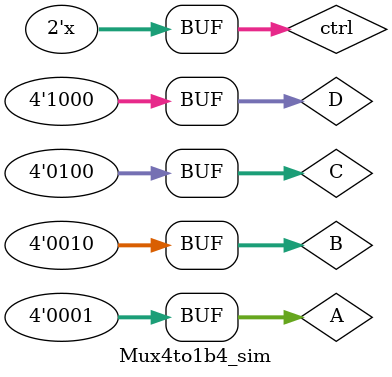
<source format=v>
`timescale 1ns / 1ps


module Mux4to1b4_sim;

	// Inputs
	reg [1:0] ctrl;
	reg [3:0] A;
	reg [3:0] B;
	reg [3:0] C;
	reg [3:0] D;

	// Outputs
	wire [3:0] O;

	// Instantiate the Unit Under Test (UUT)
	Mux4to1b4 uut (
		.ctrl(ctrl), 
		.A(A), 
		.B(B), 
		.C(C), 
		.D(D), 
		.O(O)
	);

	initial begin
		// Initialize Inputs
		ctrl = 2'b00;
		A = 4'b0001;
		B = 4'b0010;
		C = 4'b0100;
		D = 4'b1000;

	end
	
	always begin
		ctrl<=ctrl+4'b0001;
		#50;
	end
      
endmodule


</source>
